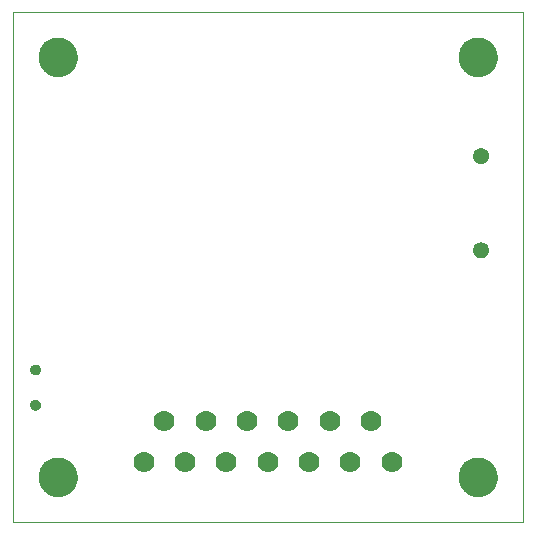
<source format=gbs>
G75*
%MOIN*%
%OFA0B0*%
%FSLAX25Y25*%
%IPPOS*%
%LPD*%
%AMOC8*
5,1,8,0,0,1.08239X$1,22.5*
%
%ADD10C,0.00000*%
%ADD11C,0.12998*%
%ADD12C,0.07000*%
%ADD13C,0.03550*%
%ADD14C,0.05321*%
D10*
X0015500Y0006435D02*
X0015500Y0176435D01*
X0185500Y0176435D01*
X0185500Y0006435D01*
X0015500Y0006435D01*
X0024201Y0021435D02*
X0024203Y0021593D01*
X0024209Y0021751D01*
X0024219Y0021909D01*
X0024233Y0022067D01*
X0024251Y0022224D01*
X0024272Y0022381D01*
X0024298Y0022537D01*
X0024328Y0022693D01*
X0024361Y0022848D01*
X0024399Y0023001D01*
X0024440Y0023154D01*
X0024485Y0023306D01*
X0024534Y0023457D01*
X0024587Y0023606D01*
X0024643Y0023754D01*
X0024703Y0023900D01*
X0024767Y0024045D01*
X0024835Y0024188D01*
X0024906Y0024330D01*
X0024980Y0024470D01*
X0025058Y0024607D01*
X0025140Y0024743D01*
X0025224Y0024877D01*
X0025313Y0025008D01*
X0025404Y0025137D01*
X0025499Y0025264D01*
X0025596Y0025389D01*
X0025697Y0025511D01*
X0025801Y0025630D01*
X0025908Y0025747D01*
X0026018Y0025861D01*
X0026131Y0025972D01*
X0026246Y0026081D01*
X0026364Y0026186D01*
X0026485Y0026288D01*
X0026608Y0026388D01*
X0026734Y0026484D01*
X0026862Y0026577D01*
X0026992Y0026667D01*
X0027125Y0026753D01*
X0027260Y0026837D01*
X0027396Y0026916D01*
X0027535Y0026993D01*
X0027676Y0027065D01*
X0027818Y0027135D01*
X0027962Y0027200D01*
X0028108Y0027262D01*
X0028255Y0027320D01*
X0028404Y0027375D01*
X0028554Y0027426D01*
X0028705Y0027473D01*
X0028857Y0027516D01*
X0029010Y0027555D01*
X0029165Y0027591D01*
X0029320Y0027622D01*
X0029476Y0027650D01*
X0029632Y0027674D01*
X0029789Y0027694D01*
X0029947Y0027710D01*
X0030104Y0027722D01*
X0030263Y0027730D01*
X0030421Y0027734D01*
X0030579Y0027734D01*
X0030737Y0027730D01*
X0030896Y0027722D01*
X0031053Y0027710D01*
X0031211Y0027694D01*
X0031368Y0027674D01*
X0031524Y0027650D01*
X0031680Y0027622D01*
X0031835Y0027591D01*
X0031990Y0027555D01*
X0032143Y0027516D01*
X0032295Y0027473D01*
X0032446Y0027426D01*
X0032596Y0027375D01*
X0032745Y0027320D01*
X0032892Y0027262D01*
X0033038Y0027200D01*
X0033182Y0027135D01*
X0033324Y0027065D01*
X0033465Y0026993D01*
X0033604Y0026916D01*
X0033740Y0026837D01*
X0033875Y0026753D01*
X0034008Y0026667D01*
X0034138Y0026577D01*
X0034266Y0026484D01*
X0034392Y0026388D01*
X0034515Y0026288D01*
X0034636Y0026186D01*
X0034754Y0026081D01*
X0034869Y0025972D01*
X0034982Y0025861D01*
X0035092Y0025747D01*
X0035199Y0025630D01*
X0035303Y0025511D01*
X0035404Y0025389D01*
X0035501Y0025264D01*
X0035596Y0025137D01*
X0035687Y0025008D01*
X0035776Y0024877D01*
X0035860Y0024743D01*
X0035942Y0024607D01*
X0036020Y0024470D01*
X0036094Y0024330D01*
X0036165Y0024188D01*
X0036233Y0024045D01*
X0036297Y0023900D01*
X0036357Y0023754D01*
X0036413Y0023606D01*
X0036466Y0023457D01*
X0036515Y0023306D01*
X0036560Y0023154D01*
X0036601Y0023001D01*
X0036639Y0022848D01*
X0036672Y0022693D01*
X0036702Y0022537D01*
X0036728Y0022381D01*
X0036749Y0022224D01*
X0036767Y0022067D01*
X0036781Y0021909D01*
X0036791Y0021751D01*
X0036797Y0021593D01*
X0036799Y0021435D01*
X0036797Y0021277D01*
X0036791Y0021119D01*
X0036781Y0020961D01*
X0036767Y0020803D01*
X0036749Y0020646D01*
X0036728Y0020489D01*
X0036702Y0020333D01*
X0036672Y0020177D01*
X0036639Y0020022D01*
X0036601Y0019869D01*
X0036560Y0019716D01*
X0036515Y0019564D01*
X0036466Y0019413D01*
X0036413Y0019264D01*
X0036357Y0019116D01*
X0036297Y0018970D01*
X0036233Y0018825D01*
X0036165Y0018682D01*
X0036094Y0018540D01*
X0036020Y0018400D01*
X0035942Y0018263D01*
X0035860Y0018127D01*
X0035776Y0017993D01*
X0035687Y0017862D01*
X0035596Y0017733D01*
X0035501Y0017606D01*
X0035404Y0017481D01*
X0035303Y0017359D01*
X0035199Y0017240D01*
X0035092Y0017123D01*
X0034982Y0017009D01*
X0034869Y0016898D01*
X0034754Y0016789D01*
X0034636Y0016684D01*
X0034515Y0016582D01*
X0034392Y0016482D01*
X0034266Y0016386D01*
X0034138Y0016293D01*
X0034008Y0016203D01*
X0033875Y0016117D01*
X0033740Y0016033D01*
X0033604Y0015954D01*
X0033465Y0015877D01*
X0033324Y0015805D01*
X0033182Y0015735D01*
X0033038Y0015670D01*
X0032892Y0015608D01*
X0032745Y0015550D01*
X0032596Y0015495D01*
X0032446Y0015444D01*
X0032295Y0015397D01*
X0032143Y0015354D01*
X0031990Y0015315D01*
X0031835Y0015279D01*
X0031680Y0015248D01*
X0031524Y0015220D01*
X0031368Y0015196D01*
X0031211Y0015176D01*
X0031053Y0015160D01*
X0030896Y0015148D01*
X0030737Y0015140D01*
X0030579Y0015136D01*
X0030421Y0015136D01*
X0030263Y0015140D01*
X0030104Y0015148D01*
X0029947Y0015160D01*
X0029789Y0015176D01*
X0029632Y0015196D01*
X0029476Y0015220D01*
X0029320Y0015248D01*
X0029165Y0015279D01*
X0029010Y0015315D01*
X0028857Y0015354D01*
X0028705Y0015397D01*
X0028554Y0015444D01*
X0028404Y0015495D01*
X0028255Y0015550D01*
X0028108Y0015608D01*
X0027962Y0015670D01*
X0027818Y0015735D01*
X0027676Y0015805D01*
X0027535Y0015877D01*
X0027396Y0015954D01*
X0027260Y0016033D01*
X0027125Y0016117D01*
X0026992Y0016203D01*
X0026862Y0016293D01*
X0026734Y0016386D01*
X0026608Y0016482D01*
X0026485Y0016582D01*
X0026364Y0016684D01*
X0026246Y0016789D01*
X0026131Y0016898D01*
X0026018Y0017009D01*
X0025908Y0017123D01*
X0025801Y0017240D01*
X0025697Y0017359D01*
X0025596Y0017481D01*
X0025499Y0017606D01*
X0025404Y0017733D01*
X0025313Y0017862D01*
X0025224Y0017993D01*
X0025140Y0018127D01*
X0025058Y0018263D01*
X0024980Y0018400D01*
X0024906Y0018540D01*
X0024835Y0018682D01*
X0024767Y0018825D01*
X0024703Y0018970D01*
X0024643Y0019116D01*
X0024587Y0019264D01*
X0024534Y0019413D01*
X0024485Y0019564D01*
X0024440Y0019716D01*
X0024399Y0019869D01*
X0024361Y0020022D01*
X0024328Y0020177D01*
X0024298Y0020333D01*
X0024272Y0020489D01*
X0024251Y0020646D01*
X0024233Y0020803D01*
X0024219Y0020961D01*
X0024209Y0021119D01*
X0024203Y0021277D01*
X0024201Y0021435D01*
X0024203Y0021593D01*
X0024209Y0021751D01*
X0024219Y0021909D01*
X0024233Y0022067D01*
X0024251Y0022224D01*
X0024272Y0022381D01*
X0024298Y0022537D01*
X0024328Y0022693D01*
X0024361Y0022848D01*
X0024399Y0023001D01*
X0024440Y0023154D01*
X0024485Y0023306D01*
X0024534Y0023457D01*
X0024587Y0023606D01*
X0024643Y0023754D01*
X0024703Y0023900D01*
X0024767Y0024045D01*
X0024835Y0024188D01*
X0024906Y0024330D01*
X0024980Y0024470D01*
X0025058Y0024607D01*
X0025140Y0024743D01*
X0025224Y0024877D01*
X0025313Y0025008D01*
X0025404Y0025137D01*
X0025499Y0025264D01*
X0025596Y0025389D01*
X0025697Y0025511D01*
X0025801Y0025630D01*
X0025908Y0025747D01*
X0026018Y0025861D01*
X0026131Y0025972D01*
X0026246Y0026081D01*
X0026364Y0026186D01*
X0026485Y0026288D01*
X0026608Y0026388D01*
X0026734Y0026484D01*
X0026862Y0026577D01*
X0026992Y0026667D01*
X0027125Y0026753D01*
X0027260Y0026837D01*
X0027396Y0026916D01*
X0027535Y0026993D01*
X0027676Y0027065D01*
X0027818Y0027135D01*
X0027962Y0027200D01*
X0028108Y0027262D01*
X0028255Y0027320D01*
X0028404Y0027375D01*
X0028554Y0027426D01*
X0028705Y0027473D01*
X0028857Y0027516D01*
X0029010Y0027555D01*
X0029165Y0027591D01*
X0029320Y0027622D01*
X0029476Y0027650D01*
X0029632Y0027674D01*
X0029789Y0027694D01*
X0029947Y0027710D01*
X0030104Y0027722D01*
X0030263Y0027730D01*
X0030421Y0027734D01*
X0030579Y0027734D01*
X0030737Y0027730D01*
X0030896Y0027722D01*
X0031053Y0027710D01*
X0031211Y0027694D01*
X0031368Y0027674D01*
X0031524Y0027650D01*
X0031680Y0027622D01*
X0031835Y0027591D01*
X0031990Y0027555D01*
X0032143Y0027516D01*
X0032295Y0027473D01*
X0032446Y0027426D01*
X0032596Y0027375D01*
X0032745Y0027320D01*
X0032892Y0027262D01*
X0033038Y0027200D01*
X0033182Y0027135D01*
X0033324Y0027065D01*
X0033465Y0026993D01*
X0033604Y0026916D01*
X0033740Y0026837D01*
X0033875Y0026753D01*
X0034008Y0026667D01*
X0034138Y0026577D01*
X0034266Y0026484D01*
X0034392Y0026388D01*
X0034515Y0026288D01*
X0034636Y0026186D01*
X0034754Y0026081D01*
X0034869Y0025972D01*
X0034982Y0025861D01*
X0035092Y0025747D01*
X0035199Y0025630D01*
X0035303Y0025511D01*
X0035404Y0025389D01*
X0035501Y0025264D01*
X0035596Y0025137D01*
X0035687Y0025008D01*
X0035776Y0024877D01*
X0035860Y0024743D01*
X0035942Y0024607D01*
X0036020Y0024470D01*
X0036094Y0024330D01*
X0036165Y0024188D01*
X0036233Y0024045D01*
X0036297Y0023900D01*
X0036357Y0023754D01*
X0036413Y0023606D01*
X0036466Y0023457D01*
X0036515Y0023306D01*
X0036560Y0023154D01*
X0036601Y0023001D01*
X0036639Y0022848D01*
X0036672Y0022693D01*
X0036702Y0022537D01*
X0036728Y0022381D01*
X0036749Y0022224D01*
X0036767Y0022067D01*
X0036781Y0021909D01*
X0036791Y0021751D01*
X0036797Y0021593D01*
X0036799Y0021435D01*
X0036797Y0021277D01*
X0036791Y0021119D01*
X0036781Y0020961D01*
X0036767Y0020803D01*
X0036749Y0020646D01*
X0036728Y0020489D01*
X0036702Y0020333D01*
X0036672Y0020177D01*
X0036639Y0020022D01*
X0036601Y0019869D01*
X0036560Y0019716D01*
X0036515Y0019564D01*
X0036466Y0019413D01*
X0036413Y0019264D01*
X0036357Y0019116D01*
X0036297Y0018970D01*
X0036233Y0018825D01*
X0036165Y0018682D01*
X0036094Y0018540D01*
X0036020Y0018400D01*
X0035942Y0018263D01*
X0035860Y0018127D01*
X0035776Y0017993D01*
X0035687Y0017862D01*
X0035596Y0017733D01*
X0035501Y0017606D01*
X0035404Y0017481D01*
X0035303Y0017359D01*
X0035199Y0017240D01*
X0035092Y0017123D01*
X0034982Y0017009D01*
X0034869Y0016898D01*
X0034754Y0016789D01*
X0034636Y0016684D01*
X0034515Y0016582D01*
X0034392Y0016482D01*
X0034266Y0016386D01*
X0034138Y0016293D01*
X0034008Y0016203D01*
X0033875Y0016117D01*
X0033740Y0016033D01*
X0033604Y0015954D01*
X0033465Y0015877D01*
X0033324Y0015805D01*
X0033182Y0015735D01*
X0033038Y0015670D01*
X0032892Y0015608D01*
X0032745Y0015550D01*
X0032596Y0015495D01*
X0032446Y0015444D01*
X0032295Y0015397D01*
X0032143Y0015354D01*
X0031990Y0015315D01*
X0031835Y0015279D01*
X0031680Y0015248D01*
X0031524Y0015220D01*
X0031368Y0015196D01*
X0031211Y0015176D01*
X0031053Y0015160D01*
X0030896Y0015148D01*
X0030737Y0015140D01*
X0030579Y0015136D01*
X0030421Y0015136D01*
X0030263Y0015140D01*
X0030104Y0015148D01*
X0029947Y0015160D01*
X0029789Y0015176D01*
X0029632Y0015196D01*
X0029476Y0015220D01*
X0029320Y0015248D01*
X0029165Y0015279D01*
X0029010Y0015315D01*
X0028857Y0015354D01*
X0028705Y0015397D01*
X0028554Y0015444D01*
X0028404Y0015495D01*
X0028255Y0015550D01*
X0028108Y0015608D01*
X0027962Y0015670D01*
X0027818Y0015735D01*
X0027676Y0015805D01*
X0027535Y0015877D01*
X0027396Y0015954D01*
X0027260Y0016033D01*
X0027125Y0016117D01*
X0026992Y0016203D01*
X0026862Y0016293D01*
X0026734Y0016386D01*
X0026608Y0016482D01*
X0026485Y0016582D01*
X0026364Y0016684D01*
X0026246Y0016789D01*
X0026131Y0016898D01*
X0026018Y0017009D01*
X0025908Y0017123D01*
X0025801Y0017240D01*
X0025697Y0017359D01*
X0025596Y0017481D01*
X0025499Y0017606D01*
X0025404Y0017733D01*
X0025313Y0017862D01*
X0025224Y0017993D01*
X0025140Y0018127D01*
X0025058Y0018263D01*
X0024980Y0018400D01*
X0024906Y0018540D01*
X0024835Y0018682D01*
X0024767Y0018825D01*
X0024703Y0018970D01*
X0024643Y0019116D01*
X0024587Y0019264D01*
X0024534Y0019413D01*
X0024485Y0019564D01*
X0024440Y0019716D01*
X0024399Y0019869D01*
X0024361Y0020022D01*
X0024328Y0020177D01*
X0024298Y0020333D01*
X0024272Y0020489D01*
X0024251Y0020646D01*
X0024233Y0020803D01*
X0024219Y0020961D01*
X0024209Y0021119D01*
X0024203Y0021277D01*
X0024201Y0021435D01*
X0021425Y0045529D02*
X0021427Y0045608D01*
X0021433Y0045687D01*
X0021443Y0045766D01*
X0021457Y0045844D01*
X0021474Y0045921D01*
X0021496Y0045997D01*
X0021521Y0046072D01*
X0021551Y0046145D01*
X0021583Y0046217D01*
X0021620Y0046288D01*
X0021660Y0046356D01*
X0021703Y0046422D01*
X0021749Y0046486D01*
X0021799Y0046548D01*
X0021852Y0046607D01*
X0021907Y0046663D01*
X0021966Y0046717D01*
X0022027Y0046767D01*
X0022090Y0046815D01*
X0022156Y0046859D01*
X0022224Y0046900D01*
X0022294Y0046937D01*
X0022365Y0046971D01*
X0022439Y0047001D01*
X0022513Y0047027D01*
X0022589Y0047049D01*
X0022666Y0047068D01*
X0022744Y0047083D01*
X0022822Y0047094D01*
X0022901Y0047101D01*
X0022980Y0047104D01*
X0023059Y0047103D01*
X0023138Y0047098D01*
X0023217Y0047089D01*
X0023295Y0047076D01*
X0023372Y0047059D01*
X0023449Y0047039D01*
X0023524Y0047014D01*
X0023598Y0046986D01*
X0023671Y0046954D01*
X0023741Y0046919D01*
X0023810Y0046880D01*
X0023877Y0046837D01*
X0023942Y0046791D01*
X0024004Y0046743D01*
X0024064Y0046691D01*
X0024121Y0046636D01*
X0024175Y0046578D01*
X0024226Y0046518D01*
X0024274Y0046455D01*
X0024319Y0046390D01*
X0024361Y0046322D01*
X0024399Y0046253D01*
X0024433Y0046182D01*
X0024464Y0046109D01*
X0024492Y0046034D01*
X0024515Y0045959D01*
X0024535Y0045882D01*
X0024551Y0045805D01*
X0024563Y0045726D01*
X0024571Y0045648D01*
X0024575Y0045569D01*
X0024575Y0045489D01*
X0024571Y0045410D01*
X0024563Y0045332D01*
X0024551Y0045253D01*
X0024535Y0045176D01*
X0024515Y0045099D01*
X0024492Y0045024D01*
X0024464Y0044949D01*
X0024433Y0044876D01*
X0024399Y0044805D01*
X0024361Y0044736D01*
X0024319Y0044668D01*
X0024274Y0044603D01*
X0024226Y0044540D01*
X0024175Y0044480D01*
X0024121Y0044422D01*
X0024064Y0044367D01*
X0024004Y0044315D01*
X0023942Y0044267D01*
X0023877Y0044221D01*
X0023810Y0044178D01*
X0023741Y0044139D01*
X0023671Y0044104D01*
X0023598Y0044072D01*
X0023524Y0044044D01*
X0023449Y0044019D01*
X0023372Y0043999D01*
X0023295Y0043982D01*
X0023217Y0043969D01*
X0023138Y0043960D01*
X0023059Y0043955D01*
X0022980Y0043954D01*
X0022901Y0043957D01*
X0022822Y0043964D01*
X0022744Y0043975D01*
X0022666Y0043990D01*
X0022589Y0044009D01*
X0022513Y0044031D01*
X0022439Y0044057D01*
X0022365Y0044087D01*
X0022294Y0044121D01*
X0022224Y0044158D01*
X0022156Y0044199D01*
X0022090Y0044243D01*
X0022027Y0044291D01*
X0021966Y0044341D01*
X0021907Y0044395D01*
X0021852Y0044451D01*
X0021799Y0044510D01*
X0021749Y0044572D01*
X0021703Y0044636D01*
X0021660Y0044702D01*
X0021620Y0044770D01*
X0021583Y0044841D01*
X0021551Y0044913D01*
X0021521Y0044986D01*
X0021496Y0045061D01*
X0021474Y0045137D01*
X0021457Y0045214D01*
X0021443Y0045292D01*
X0021433Y0045371D01*
X0021427Y0045450D01*
X0021425Y0045529D01*
X0021425Y0057340D02*
X0021427Y0057419D01*
X0021433Y0057498D01*
X0021443Y0057577D01*
X0021457Y0057655D01*
X0021474Y0057732D01*
X0021496Y0057808D01*
X0021521Y0057883D01*
X0021551Y0057956D01*
X0021583Y0058028D01*
X0021620Y0058099D01*
X0021660Y0058167D01*
X0021703Y0058233D01*
X0021749Y0058297D01*
X0021799Y0058359D01*
X0021852Y0058418D01*
X0021907Y0058474D01*
X0021966Y0058528D01*
X0022027Y0058578D01*
X0022090Y0058626D01*
X0022156Y0058670D01*
X0022224Y0058711D01*
X0022294Y0058748D01*
X0022365Y0058782D01*
X0022439Y0058812D01*
X0022513Y0058838D01*
X0022589Y0058860D01*
X0022666Y0058879D01*
X0022744Y0058894D01*
X0022822Y0058905D01*
X0022901Y0058912D01*
X0022980Y0058915D01*
X0023059Y0058914D01*
X0023138Y0058909D01*
X0023217Y0058900D01*
X0023295Y0058887D01*
X0023372Y0058870D01*
X0023449Y0058850D01*
X0023524Y0058825D01*
X0023598Y0058797D01*
X0023671Y0058765D01*
X0023741Y0058730D01*
X0023810Y0058691D01*
X0023877Y0058648D01*
X0023942Y0058602D01*
X0024004Y0058554D01*
X0024064Y0058502D01*
X0024121Y0058447D01*
X0024175Y0058389D01*
X0024226Y0058329D01*
X0024274Y0058266D01*
X0024319Y0058201D01*
X0024361Y0058133D01*
X0024399Y0058064D01*
X0024433Y0057993D01*
X0024464Y0057920D01*
X0024492Y0057845D01*
X0024515Y0057770D01*
X0024535Y0057693D01*
X0024551Y0057616D01*
X0024563Y0057537D01*
X0024571Y0057459D01*
X0024575Y0057380D01*
X0024575Y0057300D01*
X0024571Y0057221D01*
X0024563Y0057143D01*
X0024551Y0057064D01*
X0024535Y0056987D01*
X0024515Y0056910D01*
X0024492Y0056835D01*
X0024464Y0056760D01*
X0024433Y0056687D01*
X0024399Y0056616D01*
X0024361Y0056547D01*
X0024319Y0056479D01*
X0024274Y0056414D01*
X0024226Y0056351D01*
X0024175Y0056291D01*
X0024121Y0056233D01*
X0024064Y0056178D01*
X0024004Y0056126D01*
X0023942Y0056078D01*
X0023877Y0056032D01*
X0023810Y0055989D01*
X0023741Y0055950D01*
X0023671Y0055915D01*
X0023598Y0055883D01*
X0023524Y0055855D01*
X0023449Y0055830D01*
X0023372Y0055810D01*
X0023295Y0055793D01*
X0023217Y0055780D01*
X0023138Y0055771D01*
X0023059Y0055766D01*
X0022980Y0055765D01*
X0022901Y0055768D01*
X0022822Y0055775D01*
X0022744Y0055786D01*
X0022666Y0055801D01*
X0022589Y0055820D01*
X0022513Y0055842D01*
X0022439Y0055868D01*
X0022365Y0055898D01*
X0022294Y0055932D01*
X0022224Y0055969D01*
X0022156Y0056010D01*
X0022090Y0056054D01*
X0022027Y0056102D01*
X0021966Y0056152D01*
X0021907Y0056206D01*
X0021852Y0056262D01*
X0021799Y0056321D01*
X0021749Y0056383D01*
X0021703Y0056447D01*
X0021660Y0056513D01*
X0021620Y0056581D01*
X0021583Y0056652D01*
X0021551Y0056724D01*
X0021521Y0056797D01*
X0021496Y0056872D01*
X0021474Y0056948D01*
X0021457Y0057025D01*
X0021443Y0057103D01*
X0021433Y0057182D01*
X0021427Y0057261D01*
X0021425Y0057340D01*
X0024201Y0161435D02*
X0024203Y0161593D01*
X0024209Y0161751D01*
X0024219Y0161909D01*
X0024233Y0162067D01*
X0024251Y0162224D01*
X0024272Y0162381D01*
X0024298Y0162537D01*
X0024328Y0162693D01*
X0024361Y0162848D01*
X0024399Y0163001D01*
X0024440Y0163154D01*
X0024485Y0163306D01*
X0024534Y0163457D01*
X0024587Y0163606D01*
X0024643Y0163754D01*
X0024703Y0163900D01*
X0024767Y0164045D01*
X0024835Y0164188D01*
X0024906Y0164330D01*
X0024980Y0164470D01*
X0025058Y0164607D01*
X0025140Y0164743D01*
X0025224Y0164877D01*
X0025313Y0165008D01*
X0025404Y0165137D01*
X0025499Y0165264D01*
X0025596Y0165389D01*
X0025697Y0165511D01*
X0025801Y0165630D01*
X0025908Y0165747D01*
X0026018Y0165861D01*
X0026131Y0165972D01*
X0026246Y0166081D01*
X0026364Y0166186D01*
X0026485Y0166288D01*
X0026608Y0166388D01*
X0026734Y0166484D01*
X0026862Y0166577D01*
X0026992Y0166667D01*
X0027125Y0166753D01*
X0027260Y0166837D01*
X0027396Y0166916D01*
X0027535Y0166993D01*
X0027676Y0167065D01*
X0027818Y0167135D01*
X0027962Y0167200D01*
X0028108Y0167262D01*
X0028255Y0167320D01*
X0028404Y0167375D01*
X0028554Y0167426D01*
X0028705Y0167473D01*
X0028857Y0167516D01*
X0029010Y0167555D01*
X0029165Y0167591D01*
X0029320Y0167622D01*
X0029476Y0167650D01*
X0029632Y0167674D01*
X0029789Y0167694D01*
X0029947Y0167710D01*
X0030104Y0167722D01*
X0030263Y0167730D01*
X0030421Y0167734D01*
X0030579Y0167734D01*
X0030737Y0167730D01*
X0030896Y0167722D01*
X0031053Y0167710D01*
X0031211Y0167694D01*
X0031368Y0167674D01*
X0031524Y0167650D01*
X0031680Y0167622D01*
X0031835Y0167591D01*
X0031990Y0167555D01*
X0032143Y0167516D01*
X0032295Y0167473D01*
X0032446Y0167426D01*
X0032596Y0167375D01*
X0032745Y0167320D01*
X0032892Y0167262D01*
X0033038Y0167200D01*
X0033182Y0167135D01*
X0033324Y0167065D01*
X0033465Y0166993D01*
X0033604Y0166916D01*
X0033740Y0166837D01*
X0033875Y0166753D01*
X0034008Y0166667D01*
X0034138Y0166577D01*
X0034266Y0166484D01*
X0034392Y0166388D01*
X0034515Y0166288D01*
X0034636Y0166186D01*
X0034754Y0166081D01*
X0034869Y0165972D01*
X0034982Y0165861D01*
X0035092Y0165747D01*
X0035199Y0165630D01*
X0035303Y0165511D01*
X0035404Y0165389D01*
X0035501Y0165264D01*
X0035596Y0165137D01*
X0035687Y0165008D01*
X0035776Y0164877D01*
X0035860Y0164743D01*
X0035942Y0164607D01*
X0036020Y0164470D01*
X0036094Y0164330D01*
X0036165Y0164188D01*
X0036233Y0164045D01*
X0036297Y0163900D01*
X0036357Y0163754D01*
X0036413Y0163606D01*
X0036466Y0163457D01*
X0036515Y0163306D01*
X0036560Y0163154D01*
X0036601Y0163001D01*
X0036639Y0162848D01*
X0036672Y0162693D01*
X0036702Y0162537D01*
X0036728Y0162381D01*
X0036749Y0162224D01*
X0036767Y0162067D01*
X0036781Y0161909D01*
X0036791Y0161751D01*
X0036797Y0161593D01*
X0036799Y0161435D01*
X0036797Y0161277D01*
X0036791Y0161119D01*
X0036781Y0160961D01*
X0036767Y0160803D01*
X0036749Y0160646D01*
X0036728Y0160489D01*
X0036702Y0160333D01*
X0036672Y0160177D01*
X0036639Y0160022D01*
X0036601Y0159869D01*
X0036560Y0159716D01*
X0036515Y0159564D01*
X0036466Y0159413D01*
X0036413Y0159264D01*
X0036357Y0159116D01*
X0036297Y0158970D01*
X0036233Y0158825D01*
X0036165Y0158682D01*
X0036094Y0158540D01*
X0036020Y0158400D01*
X0035942Y0158263D01*
X0035860Y0158127D01*
X0035776Y0157993D01*
X0035687Y0157862D01*
X0035596Y0157733D01*
X0035501Y0157606D01*
X0035404Y0157481D01*
X0035303Y0157359D01*
X0035199Y0157240D01*
X0035092Y0157123D01*
X0034982Y0157009D01*
X0034869Y0156898D01*
X0034754Y0156789D01*
X0034636Y0156684D01*
X0034515Y0156582D01*
X0034392Y0156482D01*
X0034266Y0156386D01*
X0034138Y0156293D01*
X0034008Y0156203D01*
X0033875Y0156117D01*
X0033740Y0156033D01*
X0033604Y0155954D01*
X0033465Y0155877D01*
X0033324Y0155805D01*
X0033182Y0155735D01*
X0033038Y0155670D01*
X0032892Y0155608D01*
X0032745Y0155550D01*
X0032596Y0155495D01*
X0032446Y0155444D01*
X0032295Y0155397D01*
X0032143Y0155354D01*
X0031990Y0155315D01*
X0031835Y0155279D01*
X0031680Y0155248D01*
X0031524Y0155220D01*
X0031368Y0155196D01*
X0031211Y0155176D01*
X0031053Y0155160D01*
X0030896Y0155148D01*
X0030737Y0155140D01*
X0030579Y0155136D01*
X0030421Y0155136D01*
X0030263Y0155140D01*
X0030104Y0155148D01*
X0029947Y0155160D01*
X0029789Y0155176D01*
X0029632Y0155196D01*
X0029476Y0155220D01*
X0029320Y0155248D01*
X0029165Y0155279D01*
X0029010Y0155315D01*
X0028857Y0155354D01*
X0028705Y0155397D01*
X0028554Y0155444D01*
X0028404Y0155495D01*
X0028255Y0155550D01*
X0028108Y0155608D01*
X0027962Y0155670D01*
X0027818Y0155735D01*
X0027676Y0155805D01*
X0027535Y0155877D01*
X0027396Y0155954D01*
X0027260Y0156033D01*
X0027125Y0156117D01*
X0026992Y0156203D01*
X0026862Y0156293D01*
X0026734Y0156386D01*
X0026608Y0156482D01*
X0026485Y0156582D01*
X0026364Y0156684D01*
X0026246Y0156789D01*
X0026131Y0156898D01*
X0026018Y0157009D01*
X0025908Y0157123D01*
X0025801Y0157240D01*
X0025697Y0157359D01*
X0025596Y0157481D01*
X0025499Y0157606D01*
X0025404Y0157733D01*
X0025313Y0157862D01*
X0025224Y0157993D01*
X0025140Y0158127D01*
X0025058Y0158263D01*
X0024980Y0158400D01*
X0024906Y0158540D01*
X0024835Y0158682D01*
X0024767Y0158825D01*
X0024703Y0158970D01*
X0024643Y0159116D01*
X0024587Y0159264D01*
X0024534Y0159413D01*
X0024485Y0159564D01*
X0024440Y0159716D01*
X0024399Y0159869D01*
X0024361Y0160022D01*
X0024328Y0160177D01*
X0024298Y0160333D01*
X0024272Y0160489D01*
X0024251Y0160646D01*
X0024233Y0160803D01*
X0024219Y0160961D01*
X0024209Y0161119D01*
X0024203Y0161277D01*
X0024201Y0161435D01*
X0164201Y0161435D02*
X0164203Y0161593D01*
X0164209Y0161751D01*
X0164219Y0161909D01*
X0164233Y0162067D01*
X0164251Y0162224D01*
X0164272Y0162381D01*
X0164298Y0162537D01*
X0164328Y0162693D01*
X0164361Y0162848D01*
X0164399Y0163001D01*
X0164440Y0163154D01*
X0164485Y0163306D01*
X0164534Y0163457D01*
X0164587Y0163606D01*
X0164643Y0163754D01*
X0164703Y0163900D01*
X0164767Y0164045D01*
X0164835Y0164188D01*
X0164906Y0164330D01*
X0164980Y0164470D01*
X0165058Y0164607D01*
X0165140Y0164743D01*
X0165224Y0164877D01*
X0165313Y0165008D01*
X0165404Y0165137D01*
X0165499Y0165264D01*
X0165596Y0165389D01*
X0165697Y0165511D01*
X0165801Y0165630D01*
X0165908Y0165747D01*
X0166018Y0165861D01*
X0166131Y0165972D01*
X0166246Y0166081D01*
X0166364Y0166186D01*
X0166485Y0166288D01*
X0166608Y0166388D01*
X0166734Y0166484D01*
X0166862Y0166577D01*
X0166992Y0166667D01*
X0167125Y0166753D01*
X0167260Y0166837D01*
X0167396Y0166916D01*
X0167535Y0166993D01*
X0167676Y0167065D01*
X0167818Y0167135D01*
X0167962Y0167200D01*
X0168108Y0167262D01*
X0168255Y0167320D01*
X0168404Y0167375D01*
X0168554Y0167426D01*
X0168705Y0167473D01*
X0168857Y0167516D01*
X0169010Y0167555D01*
X0169165Y0167591D01*
X0169320Y0167622D01*
X0169476Y0167650D01*
X0169632Y0167674D01*
X0169789Y0167694D01*
X0169947Y0167710D01*
X0170104Y0167722D01*
X0170263Y0167730D01*
X0170421Y0167734D01*
X0170579Y0167734D01*
X0170737Y0167730D01*
X0170896Y0167722D01*
X0171053Y0167710D01*
X0171211Y0167694D01*
X0171368Y0167674D01*
X0171524Y0167650D01*
X0171680Y0167622D01*
X0171835Y0167591D01*
X0171990Y0167555D01*
X0172143Y0167516D01*
X0172295Y0167473D01*
X0172446Y0167426D01*
X0172596Y0167375D01*
X0172745Y0167320D01*
X0172892Y0167262D01*
X0173038Y0167200D01*
X0173182Y0167135D01*
X0173324Y0167065D01*
X0173465Y0166993D01*
X0173604Y0166916D01*
X0173740Y0166837D01*
X0173875Y0166753D01*
X0174008Y0166667D01*
X0174138Y0166577D01*
X0174266Y0166484D01*
X0174392Y0166388D01*
X0174515Y0166288D01*
X0174636Y0166186D01*
X0174754Y0166081D01*
X0174869Y0165972D01*
X0174982Y0165861D01*
X0175092Y0165747D01*
X0175199Y0165630D01*
X0175303Y0165511D01*
X0175404Y0165389D01*
X0175501Y0165264D01*
X0175596Y0165137D01*
X0175687Y0165008D01*
X0175776Y0164877D01*
X0175860Y0164743D01*
X0175942Y0164607D01*
X0176020Y0164470D01*
X0176094Y0164330D01*
X0176165Y0164188D01*
X0176233Y0164045D01*
X0176297Y0163900D01*
X0176357Y0163754D01*
X0176413Y0163606D01*
X0176466Y0163457D01*
X0176515Y0163306D01*
X0176560Y0163154D01*
X0176601Y0163001D01*
X0176639Y0162848D01*
X0176672Y0162693D01*
X0176702Y0162537D01*
X0176728Y0162381D01*
X0176749Y0162224D01*
X0176767Y0162067D01*
X0176781Y0161909D01*
X0176791Y0161751D01*
X0176797Y0161593D01*
X0176799Y0161435D01*
X0176797Y0161277D01*
X0176791Y0161119D01*
X0176781Y0160961D01*
X0176767Y0160803D01*
X0176749Y0160646D01*
X0176728Y0160489D01*
X0176702Y0160333D01*
X0176672Y0160177D01*
X0176639Y0160022D01*
X0176601Y0159869D01*
X0176560Y0159716D01*
X0176515Y0159564D01*
X0176466Y0159413D01*
X0176413Y0159264D01*
X0176357Y0159116D01*
X0176297Y0158970D01*
X0176233Y0158825D01*
X0176165Y0158682D01*
X0176094Y0158540D01*
X0176020Y0158400D01*
X0175942Y0158263D01*
X0175860Y0158127D01*
X0175776Y0157993D01*
X0175687Y0157862D01*
X0175596Y0157733D01*
X0175501Y0157606D01*
X0175404Y0157481D01*
X0175303Y0157359D01*
X0175199Y0157240D01*
X0175092Y0157123D01*
X0174982Y0157009D01*
X0174869Y0156898D01*
X0174754Y0156789D01*
X0174636Y0156684D01*
X0174515Y0156582D01*
X0174392Y0156482D01*
X0174266Y0156386D01*
X0174138Y0156293D01*
X0174008Y0156203D01*
X0173875Y0156117D01*
X0173740Y0156033D01*
X0173604Y0155954D01*
X0173465Y0155877D01*
X0173324Y0155805D01*
X0173182Y0155735D01*
X0173038Y0155670D01*
X0172892Y0155608D01*
X0172745Y0155550D01*
X0172596Y0155495D01*
X0172446Y0155444D01*
X0172295Y0155397D01*
X0172143Y0155354D01*
X0171990Y0155315D01*
X0171835Y0155279D01*
X0171680Y0155248D01*
X0171524Y0155220D01*
X0171368Y0155196D01*
X0171211Y0155176D01*
X0171053Y0155160D01*
X0170896Y0155148D01*
X0170737Y0155140D01*
X0170579Y0155136D01*
X0170421Y0155136D01*
X0170263Y0155140D01*
X0170104Y0155148D01*
X0169947Y0155160D01*
X0169789Y0155176D01*
X0169632Y0155196D01*
X0169476Y0155220D01*
X0169320Y0155248D01*
X0169165Y0155279D01*
X0169010Y0155315D01*
X0168857Y0155354D01*
X0168705Y0155397D01*
X0168554Y0155444D01*
X0168404Y0155495D01*
X0168255Y0155550D01*
X0168108Y0155608D01*
X0167962Y0155670D01*
X0167818Y0155735D01*
X0167676Y0155805D01*
X0167535Y0155877D01*
X0167396Y0155954D01*
X0167260Y0156033D01*
X0167125Y0156117D01*
X0166992Y0156203D01*
X0166862Y0156293D01*
X0166734Y0156386D01*
X0166608Y0156482D01*
X0166485Y0156582D01*
X0166364Y0156684D01*
X0166246Y0156789D01*
X0166131Y0156898D01*
X0166018Y0157009D01*
X0165908Y0157123D01*
X0165801Y0157240D01*
X0165697Y0157359D01*
X0165596Y0157481D01*
X0165499Y0157606D01*
X0165404Y0157733D01*
X0165313Y0157862D01*
X0165224Y0157993D01*
X0165140Y0158127D01*
X0165058Y0158263D01*
X0164980Y0158400D01*
X0164906Y0158540D01*
X0164835Y0158682D01*
X0164767Y0158825D01*
X0164703Y0158970D01*
X0164643Y0159116D01*
X0164587Y0159264D01*
X0164534Y0159413D01*
X0164485Y0159564D01*
X0164440Y0159716D01*
X0164399Y0159869D01*
X0164361Y0160022D01*
X0164328Y0160177D01*
X0164298Y0160333D01*
X0164272Y0160489D01*
X0164251Y0160646D01*
X0164233Y0160803D01*
X0164219Y0160961D01*
X0164209Y0161119D01*
X0164203Y0161277D01*
X0164201Y0161435D01*
X0168959Y0128640D02*
X0168961Y0128739D01*
X0168967Y0128838D01*
X0168977Y0128937D01*
X0168991Y0129035D01*
X0169009Y0129132D01*
X0169031Y0129229D01*
X0169056Y0129325D01*
X0169086Y0129419D01*
X0169119Y0129513D01*
X0169156Y0129605D01*
X0169197Y0129695D01*
X0169241Y0129784D01*
X0169289Y0129870D01*
X0169340Y0129955D01*
X0169395Y0130038D01*
X0169453Y0130118D01*
X0169514Y0130196D01*
X0169578Y0130272D01*
X0169645Y0130345D01*
X0169715Y0130415D01*
X0169788Y0130482D01*
X0169864Y0130546D01*
X0169942Y0130607D01*
X0170022Y0130665D01*
X0170105Y0130720D01*
X0170189Y0130771D01*
X0170276Y0130819D01*
X0170365Y0130863D01*
X0170455Y0130904D01*
X0170547Y0130941D01*
X0170641Y0130974D01*
X0170735Y0131004D01*
X0170831Y0131029D01*
X0170928Y0131051D01*
X0171025Y0131069D01*
X0171123Y0131083D01*
X0171222Y0131093D01*
X0171321Y0131099D01*
X0171420Y0131101D01*
X0171519Y0131099D01*
X0171618Y0131093D01*
X0171717Y0131083D01*
X0171815Y0131069D01*
X0171912Y0131051D01*
X0172009Y0131029D01*
X0172105Y0131004D01*
X0172199Y0130974D01*
X0172293Y0130941D01*
X0172385Y0130904D01*
X0172475Y0130863D01*
X0172564Y0130819D01*
X0172650Y0130771D01*
X0172735Y0130720D01*
X0172818Y0130665D01*
X0172898Y0130607D01*
X0172976Y0130546D01*
X0173052Y0130482D01*
X0173125Y0130415D01*
X0173195Y0130345D01*
X0173262Y0130272D01*
X0173326Y0130196D01*
X0173387Y0130118D01*
X0173445Y0130038D01*
X0173500Y0129955D01*
X0173551Y0129871D01*
X0173599Y0129784D01*
X0173643Y0129695D01*
X0173684Y0129605D01*
X0173721Y0129513D01*
X0173754Y0129419D01*
X0173784Y0129325D01*
X0173809Y0129229D01*
X0173831Y0129132D01*
X0173849Y0129035D01*
X0173863Y0128937D01*
X0173873Y0128838D01*
X0173879Y0128739D01*
X0173881Y0128640D01*
X0173879Y0128541D01*
X0173873Y0128442D01*
X0173863Y0128343D01*
X0173849Y0128245D01*
X0173831Y0128148D01*
X0173809Y0128051D01*
X0173784Y0127955D01*
X0173754Y0127861D01*
X0173721Y0127767D01*
X0173684Y0127675D01*
X0173643Y0127585D01*
X0173599Y0127496D01*
X0173551Y0127410D01*
X0173500Y0127325D01*
X0173445Y0127242D01*
X0173387Y0127162D01*
X0173326Y0127084D01*
X0173262Y0127008D01*
X0173195Y0126935D01*
X0173125Y0126865D01*
X0173052Y0126798D01*
X0172976Y0126734D01*
X0172898Y0126673D01*
X0172818Y0126615D01*
X0172735Y0126560D01*
X0172651Y0126509D01*
X0172564Y0126461D01*
X0172475Y0126417D01*
X0172385Y0126376D01*
X0172293Y0126339D01*
X0172199Y0126306D01*
X0172105Y0126276D01*
X0172009Y0126251D01*
X0171912Y0126229D01*
X0171815Y0126211D01*
X0171717Y0126197D01*
X0171618Y0126187D01*
X0171519Y0126181D01*
X0171420Y0126179D01*
X0171321Y0126181D01*
X0171222Y0126187D01*
X0171123Y0126197D01*
X0171025Y0126211D01*
X0170928Y0126229D01*
X0170831Y0126251D01*
X0170735Y0126276D01*
X0170641Y0126306D01*
X0170547Y0126339D01*
X0170455Y0126376D01*
X0170365Y0126417D01*
X0170276Y0126461D01*
X0170190Y0126509D01*
X0170105Y0126560D01*
X0170022Y0126615D01*
X0169942Y0126673D01*
X0169864Y0126734D01*
X0169788Y0126798D01*
X0169715Y0126865D01*
X0169645Y0126935D01*
X0169578Y0127008D01*
X0169514Y0127084D01*
X0169453Y0127162D01*
X0169395Y0127242D01*
X0169340Y0127325D01*
X0169289Y0127409D01*
X0169241Y0127496D01*
X0169197Y0127585D01*
X0169156Y0127675D01*
X0169119Y0127767D01*
X0169086Y0127861D01*
X0169056Y0127955D01*
X0169031Y0128051D01*
X0169009Y0128148D01*
X0168991Y0128245D01*
X0168977Y0128343D01*
X0168967Y0128442D01*
X0168961Y0128541D01*
X0168959Y0128640D01*
X0168959Y0097144D02*
X0168961Y0097243D01*
X0168967Y0097342D01*
X0168977Y0097441D01*
X0168991Y0097539D01*
X0169009Y0097636D01*
X0169031Y0097733D01*
X0169056Y0097829D01*
X0169086Y0097923D01*
X0169119Y0098017D01*
X0169156Y0098109D01*
X0169197Y0098199D01*
X0169241Y0098288D01*
X0169289Y0098374D01*
X0169340Y0098459D01*
X0169395Y0098542D01*
X0169453Y0098622D01*
X0169514Y0098700D01*
X0169578Y0098776D01*
X0169645Y0098849D01*
X0169715Y0098919D01*
X0169788Y0098986D01*
X0169864Y0099050D01*
X0169942Y0099111D01*
X0170022Y0099169D01*
X0170105Y0099224D01*
X0170189Y0099275D01*
X0170276Y0099323D01*
X0170365Y0099367D01*
X0170455Y0099408D01*
X0170547Y0099445D01*
X0170641Y0099478D01*
X0170735Y0099508D01*
X0170831Y0099533D01*
X0170928Y0099555D01*
X0171025Y0099573D01*
X0171123Y0099587D01*
X0171222Y0099597D01*
X0171321Y0099603D01*
X0171420Y0099605D01*
X0171519Y0099603D01*
X0171618Y0099597D01*
X0171717Y0099587D01*
X0171815Y0099573D01*
X0171912Y0099555D01*
X0172009Y0099533D01*
X0172105Y0099508D01*
X0172199Y0099478D01*
X0172293Y0099445D01*
X0172385Y0099408D01*
X0172475Y0099367D01*
X0172564Y0099323D01*
X0172650Y0099275D01*
X0172735Y0099224D01*
X0172818Y0099169D01*
X0172898Y0099111D01*
X0172976Y0099050D01*
X0173052Y0098986D01*
X0173125Y0098919D01*
X0173195Y0098849D01*
X0173262Y0098776D01*
X0173326Y0098700D01*
X0173387Y0098622D01*
X0173445Y0098542D01*
X0173500Y0098459D01*
X0173551Y0098375D01*
X0173599Y0098288D01*
X0173643Y0098199D01*
X0173684Y0098109D01*
X0173721Y0098017D01*
X0173754Y0097923D01*
X0173784Y0097829D01*
X0173809Y0097733D01*
X0173831Y0097636D01*
X0173849Y0097539D01*
X0173863Y0097441D01*
X0173873Y0097342D01*
X0173879Y0097243D01*
X0173881Y0097144D01*
X0173879Y0097045D01*
X0173873Y0096946D01*
X0173863Y0096847D01*
X0173849Y0096749D01*
X0173831Y0096652D01*
X0173809Y0096555D01*
X0173784Y0096459D01*
X0173754Y0096365D01*
X0173721Y0096271D01*
X0173684Y0096179D01*
X0173643Y0096089D01*
X0173599Y0096000D01*
X0173551Y0095914D01*
X0173500Y0095829D01*
X0173445Y0095746D01*
X0173387Y0095666D01*
X0173326Y0095588D01*
X0173262Y0095512D01*
X0173195Y0095439D01*
X0173125Y0095369D01*
X0173052Y0095302D01*
X0172976Y0095238D01*
X0172898Y0095177D01*
X0172818Y0095119D01*
X0172735Y0095064D01*
X0172651Y0095013D01*
X0172564Y0094965D01*
X0172475Y0094921D01*
X0172385Y0094880D01*
X0172293Y0094843D01*
X0172199Y0094810D01*
X0172105Y0094780D01*
X0172009Y0094755D01*
X0171912Y0094733D01*
X0171815Y0094715D01*
X0171717Y0094701D01*
X0171618Y0094691D01*
X0171519Y0094685D01*
X0171420Y0094683D01*
X0171321Y0094685D01*
X0171222Y0094691D01*
X0171123Y0094701D01*
X0171025Y0094715D01*
X0170928Y0094733D01*
X0170831Y0094755D01*
X0170735Y0094780D01*
X0170641Y0094810D01*
X0170547Y0094843D01*
X0170455Y0094880D01*
X0170365Y0094921D01*
X0170276Y0094965D01*
X0170190Y0095013D01*
X0170105Y0095064D01*
X0170022Y0095119D01*
X0169942Y0095177D01*
X0169864Y0095238D01*
X0169788Y0095302D01*
X0169715Y0095369D01*
X0169645Y0095439D01*
X0169578Y0095512D01*
X0169514Y0095588D01*
X0169453Y0095666D01*
X0169395Y0095746D01*
X0169340Y0095829D01*
X0169289Y0095913D01*
X0169241Y0096000D01*
X0169197Y0096089D01*
X0169156Y0096179D01*
X0169119Y0096271D01*
X0169086Y0096365D01*
X0169056Y0096459D01*
X0169031Y0096555D01*
X0169009Y0096652D01*
X0168991Y0096749D01*
X0168977Y0096847D01*
X0168967Y0096946D01*
X0168961Y0097045D01*
X0168959Y0097144D01*
X0164201Y0021435D02*
X0164203Y0021593D01*
X0164209Y0021751D01*
X0164219Y0021909D01*
X0164233Y0022067D01*
X0164251Y0022224D01*
X0164272Y0022381D01*
X0164298Y0022537D01*
X0164328Y0022693D01*
X0164361Y0022848D01*
X0164399Y0023001D01*
X0164440Y0023154D01*
X0164485Y0023306D01*
X0164534Y0023457D01*
X0164587Y0023606D01*
X0164643Y0023754D01*
X0164703Y0023900D01*
X0164767Y0024045D01*
X0164835Y0024188D01*
X0164906Y0024330D01*
X0164980Y0024470D01*
X0165058Y0024607D01*
X0165140Y0024743D01*
X0165224Y0024877D01*
X0165313Y0025008D01*
X0165404Y0025137D01*
X0165499Y0025264D01*
X0165596Y0025389D01*
X0165697Y0025511D01*
X0165801Y0025630D01*
X0165908Y0025747D01*
X0166018Y0025861D01*
X0166131Y0025972D01*
X0166246Y0026081D01*
X0166364Y0026186D01*
X0166485Y0026288D01*
X0166608Y0026388D01*
X0166734Y0026484D01*
X0166862Y0026577D01*
X0166992Y0026667D01*
X0167125Y0026753D01*
X0167260Y0026837D01*
X0167396Y0026916D01*
X0167535Y0026993D01*
X0167676Y0027065D01*
X0167818Y0027135D01*
X0167962Y0027200D01*
X0168108Y0027262D01*
X0168255Y0027320D01*
X0168404Y0027375D01*
X0168554Y0027426D01*
X0168705Y0027473D01*
X0168857Y0027516D01*
X0169010Y0027555D01*
X0169165Y0027591D01*
X0169320Y0027622D01*
X0169476Y0027650D01*
X0169632Y0027674D01*
X0169789Y0027694D01*
X0169947Y0027710D01*
X0170104Y0027722D01*
X0170263Y0027730D01*
X0170421Y0027734D01*
X0170579Y0027734D01*
X0170737Y0027730D01*
X0170896Y0027722D01*
X0171053Y0027710D01*
X0171211Y0027694D01*
X0171368Y0027674D01*
X0171524Y0027650D01*
X0171680Y0027622D01*
X0171835Y0027591D01*
X0171990Y0027555D01*
X0172143Y0027516D01*
X0172295Y0027473D01*
X0172446Y0027426D01*
X0172596Y0027375D01*
X0172745Y0027320D01*
X0172892Y0027262D01*
X0173038Y0027200D01*
X0173182Y0027135D01*
X0173324Y0027065D01*
X0173465Y0026993D01*
X0173604Y0026916D01*
X0173740Y0026837D01*
X0173875Y0026753D01*
X0174008Y0026667D01*
X0174138Y0026577D01*
X0174266Y0026484D01*
X0174392Y0026388D01*
X0174515Y0026288D01*
X0174636Y0026186D01*
X0174754Y0026081D01*
X0174869Y0025972D01*
X0174982Y0025861D01*
X0175092Y0025747D01*
X0175199Y0025630D01*
X0175303Y0025511D01*
X0175404Y0025389D01*
X0175501Y0025264D01*
X0175596Y0025137D01*
X0175687Y0025008D01*
X0175776Y0024877D01*
X0175860Y0024743D01*
X0175942Y0024607D01*
X0176020Y0024470D01*
X0176094Y0024330D01*
X0176165Y0024188D01*
X0176233Y0024045D01*
X0176297Y0023900D01*
X0176357Y0023754D01*
X0176413Y0023606D01*
X0176466Y0023457D01*
X0176515Y0023306D01*
X0176560Y0023154D01*
X0176601Y0023001D01*
X0176639Y0022848D01*
X0176672Y0022693D01*
X0176702Y0022537D01*
X0176728Y0022381D01*
X0176749Y0022224D01*
X0176767Y0022067D01*
X0176781Y0021909D01*
X0176791Y0021751D01*
X0176797Y0021593D01*
X0176799Y0021435D01*
X0176797Y0021277D01*
X0176791Y0021119D01*
X0176781Y0020961D01*
X0176767Y0020803D01*
X0176749Y0020646D01*
X0176728Y0020489D01*
X0176702Y0020333D01*
X0176672Y0020177D01*
X0176639Y0020022D01*
X0176601Y0019869D01*
X0176560Y0019716D01*
X0176515Y0019564D01*
X0176466Y0019413D01*
X0176413Y0019264D01*
X0176357Y0019116D01*
X0176297Y0018970D01*
X0176233Y0018825D01*
X0176165Y0018682D01*
X0176094Y0018540D01*
X0176020Y0018400D01*
X0175942Y0018263D01*
X0175860Y0018127D01*
X0175776Y0017993D01*
X0175687Y0017862D01*
X0175596Y0017733D01*
X0175501Y0017606D01*
X0175404Y0017481D01*
X0175303Y0017359D01*
X0175199Y0017240D01*
X0175092Y0017123D01*
X0174982Y0017009D01*
X0174869Y0016898D01*
X0174754Y0016789D01*
X0174636Y0016684D01*
X0174515Y0016582D01*
X0174392Y0016482D01*
X0174266Y0016386D01*
X0174138Y0016293D01*
X0174008Y0016203D01*
X0173875Y0016117D01*
X0173740Y0016033D01*
X0173604Y0015954D01*
X0173465Y0015877D01*
X0173324Y0015805D01*
X0173182Y0015735D01*
X0173038Y0015670D01*
X0172892Y0015608D01*
X0172745Y0015550D01*
X0172596Y0015495D01*
X0172446Y0015444D01*
X0172295Y0015397D01*
X0172143Y0015354D01*
X0171990Y0015315D01*
X0171835Y0015279D01*
X0171680Y0015248D01*
X0171524Y0015220D01*
X0171368Y0015196D01*
X0171211Y0015176D01*
X0171053Y0015160D01*
X0170896Y0015148D01*
X0170737Y0015140D01*
X0170579Y0015136D01*
X0170421Y0015136D01*
X0170263Y0015140D01*
X0170104Y0015148D01*
X0169947Y0015160D01*
X0169789Y0015176D01*
X0169632Y0015196D01*
X0169476Y0015220D01*
X0169320Y0015248D01*
X0169165Y0015279D01*
X0169010Y0015315D01*
X0168857Y0015354D01*
X0168705Y0015397D01*
X0168554Y0015444D01*
X0168404Y0015495D01*
X0168255Y0015550D01*
X0168108Y0015608D01*
X0167962Y0015670D01*
X0167818Y0015735D01*
X0167676Y0015805D01*
X0167535Y0015877D01*
X0167396Y0015954D01*
X0167260Y0016033D01*
X0167125Y0016117D01*
X0166992Y0016203D01*
X0166862Y0016293D01*
X0166734Y0016386D01*
X0166608Y0016482D01*
X0166485Y0016582D01*
X0166364Y0016684D01*
X0166246Y0016789D01*
X0166131Y0016898D01*
X0166018Y0017009D01*
X0165908Y0017123D01*
X0165801Y0017240D01*
X0165697Y0017359D01*
X0165596Y0017481D01*
X0165499Y0017606D01*
X0165404Y0017733D01*
X0165313Y0017862D01*
X0165224Y0017993D01*
X0165140Y0018127D01*
X0165058Y0018263D01*
X0164980Y0018400D01*
X0164906Y0018540D01*
X0164835Y0018682D01*
X0164767Y0018825D01*
X0164703Y0018970D01*
X0164643Y0019116D01*
X0164587Y0019264D01*
X0164534Y0019413D01*
X0164485Y0019564D01*
X0164440Y0019716D01*
X0164399Y0019869D01*
X0164361Y0020022D01*
X0164328Y0020177D01*
X0164298Y0020333D01*
X0164272Y0020489D01*
X0164251Y0020646D01*
X0164233Y0020803D01*
X0164219Y0020961D01*
X0164209Y0021119D01*
X0164203Y0021277D01*
X0164201Y0021435D01*
D11*
X0170500Y0021435D03*
X0030500Y0021435D03*
X0030500Y0021435D03*
X0030500Y0161435D03*
X0170500Y0161435D03*
D12*
X0134949Y0040214D03*
X0121169Y0040214D03*
X0107390Y0040214D03*
X0093610Y0040214D03*
X0079831Y0040214D03*
X0066051Y0040214D03*
X0059161Y0026435D03*
X0072941Y0026435D03*
X0086720Y0026435D03*
X0100500Y0026435D03*
X0114280Y0026435D03*
X0128059Y0026435D03*
X0141839Y0026435D03*
D13*
X0023000Y0045529D03*
X0023000Y0057340D03*
D14*
X0171420Y0097144D03*
X0171420Y0128640D03*
M02*

</source>
